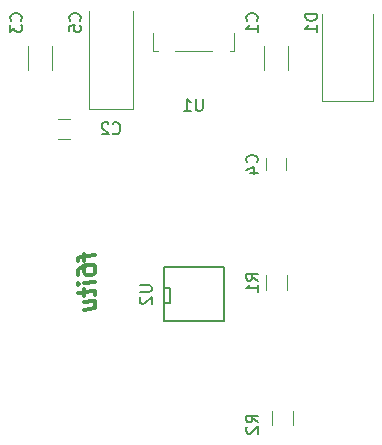
<source format=gbr>
G04 #@! TF.FileFunction,Legend,Bot*
%FSLAX46Y46*%
G04 Gerber Fmt 4.6, Leading zero omitted, Abs format (unit mm)*
G04 Created by KiCad (PCBNEW 4.0.7) date 01/05/18 17:18:10*
%MOMM*%
%LPD*%
G01*
G04 APERTURE LIST*
%ADD10C,0.100000*%
%ADD11C,0.300000*%
%ADD12C,0.120000*%
%ADD13C,0.150000*%
G04 APERTURE END LIST*
D10*
D11*
X97678571Y-75575893D02*
X97678571Y-76147322D01*
X98678571Y-75665179D02*
X97392857Y-75825893D01*
X97250000Y-75915178D01*
X97178571Y-76066965D01*
X97178571Y-76209822D01*
X97178571Y-77352679D02*
X97178571Y-77066965D01*
X97250000Y-76915179D01*
X97321429Y-76834821D01*
X97535714Y-76665179D01*
X97821429Y-76558035D01*
X98392857Y-76486607D01*
X98535714Y-76540179D01*
X98607143Y-76602678D01*
X98678571Y-76736608D01*
X98678571Y-77022322D01*
X98607143Y-77174107D01*
X98535714Y-77254465D01*
X98392857Y-77343750D01*
X98035714Y-77388393D01*
X97892857Y-77334822D01*
X97821429Y-77272321D01*
X97750000Y-77138393D01*
X97750000Y-76852679D01*
X97821429Y-76700892D01*
X97892857Y-76620536D01*
X98035714Y-76531250D01*
X98678571Y-77950893D02*
X97678571Y-78075893D01*
X97178571Y-78138393D02*
X97250000Y-78058035D01*
X97321429Y-78120535D01*
X97250000Y-78200892D01*
X97178571Y-78138393D01*
X97321429Y-78120535D01*
X97678571Y-78575893D02*
X97678571Y-79147322D01*
X97178571Y-78852679D02*
X98464286Y-78691964D01*
X98607143Y-78745535D01*
X98678571Y-78879465D01*
X98678571Y-79022322D01*
X97678571Y-80290179D02*
X98678571Y-80165179D01*
X97678571Y-79647322D02*
X98464286Y-79549107D01*
X98607143Y-79602678D01*
X98678571Y-79736608D01*
X98678571Y-79950893D01*
X98607143Y-80102678D01*
X98535714Y-80183036D01*
D12*
X115020000Y-58000000D02*
X115020000Y-60000000D01*
X112980000Y-60000000D02*
X112980000Y-58000000D01*
X95500000Y-64150000D02*
X96500000Y-64150000D01*
X96500000Y-65850000D02*
X95500000Y-65850000D01*
X95020000Y-58000000D02*
X95020000Y-60000000D01*
X92980000Y-60000000D02*
X92980000Y-58000000D01*
X114850000Y-67500000D02*
X114850000Y-68500000D01*
X113150000Y-68500000D02*
X113150000Y-67500000D01*
X101850000Y-63300000D02*
X101850000Y-55000000D01*
X98150000Y-63300000D02*
X98150000Y-55000000D01*
X101850000Y-63300000D02*
X98150000Y-63300000D01*
X113120000Y-77400000D02*
X113120000Y-78600000D01*
X114880000Y-78600000D02*
X114880000Y-77400000D01*
X113620000Y-88900000D02*
X113620000Y-90100000D01*
X115380000Y-90100000D02*
X115380000Y-88900000D01*
X110040000Y-58400000D02*
X110390000Y-58400000D01*
X110390000Y-58400000D02*
X110390000Y-56900000D01*
X105390000Y-58400000D02*
X108590000Y-58400000D01*
X103590000Y-56900000D02*
X103590000Y-58400000D01*
X103590000Y-58400000D02*
X103990000Y-58400000D01*
D13*
X104460000Y-81286000D02*
X109540000Y-81286000D01*
X109540000Y-81286000D02*
X109540000Y-76714000D01*
X109540000Y-76714000D02*
X104460000Y-76714000D01*
X104460000Y-76714000D02*
X104460000Y-81286000D01*
X104460000Y-79762000D02*
X104968000Y-79762000D01*
X104968000Y-79762000D02*
X104968000Y-78492000D01*
X104968000Y-78492000D02*
X104460000Y-78492000D01*
D12*
X122150000Y-62600000D02*
X117850000Y-62600000D01*
X117850000Y-62600000D02*
X117850000Y-55300000D01*
X122150000Y-62600000D02*
X122150000Y-55300000D01*
D13*
X112357143Y-55833334D02*
X112404762Y-55785715D01*
X112452381Y-55642858D01*
X112452381Y-55547620D01*
X112404762Y-55404762D01*
X112309524Y-55309524D01*
X112214286Y-55261905D01*
X112023810Y-55214286D01*
X111880952Y-55214286D01*
X111690476Y-55261905D01*
X111595238Y-55309524D01*
X111500000Y-55404762D01*
X111452381Y-55547620D01*
X111452381Y-55642858D01*
X111500000Y-55785715D01*
X111547619Y-55833334D01*
X112452381Y-56785715D02*
X112452381Y-56214286D01*
X112452381Y-56500000D02*
X111452381Y-56500000D01*
X111595238Y-56404762D01*
X111690476Y-56309524D01*
X111738095Y-56214286D01*
X100166666Y-65357143D02*
X100214285Y-65404762D01*
X100357142Y-65452381D01*
X100452380Y-65452381D01*
X100595238Y-65404762D01*
X100690476Y-65309524D01*
X100738095Y-65214286D01*
X100785714Y-65023810D01*
X100785714Y-64880952D01*
X100738095Y-64690476D01*
X100690476Y-64595238D01*
X100595238Y-64500000D01*
X100452380Y-64452381D01*
X100357142Y-64452381D01*
X100214285Y-64500000D01*
X100166666Y-64547619D01*
X99785714Y-64547619D02*
X99738095Y-64500000D01*
X99642857Y-64452381D01*
X99404761Y-64452381D01*
X99309523Y-64500000D01*
X99261904Y-64547619D01*
X99214285Y-64642857D01*
X99214285Y-64738095D01*
X99261904Y-64880952D01*
X99833333Y-65452381D01*
X99214285Y-65452381D01*
X92357143Y-55833334D02*
X92404762Y-55785715D01*
X92452381Y-55642858D01*
X92452381Y-55547620D01*
X92404762Y-55404762D01*
X92309524Y-55309524D01*
X92214286Y-55261905D01*
X92023810Y-55214286D01*
X91880952Y-55214286D01*
X91690476Y-55261905D01*
X91595238Y-55309524D01*
X91500000Y-55404762D01*
X91452381Y-55547620D01*
X91452381Y-55642858D01*
X91500000Y-55785715D01*
X91547619Y-55833334D01*
X91452381Y-56166667D02*
X91452381Y-56785715D01*
X91833333Y-56452381D01*
X91833333Y-56595239D01*
X91880952Y-56690477D01*
X91928571Y-56738096D01*
X92023810Y-56785715D01*
X92261905Y-56785715D01*
X92357143Y-56738096D01*
X92404762Y-56690477D01*
X92452381Y-56595239D01*
X92452381Y-56309524D01*
X92404762Y-56214286D01*
X92357143Y-56166667D01*
X112357143Y-67833334D02*
X112404762Y-67785715D01*
X112452381Y-67642858D01*
X112452381Y-67547620D01*
X112404762Y-67404762D01*
X112309524Y-67309524D01*
X112214286Y-67261905D01*
X112023810Y-67214286D01*
X111880952Y-67214286D01*
X111690476Y-67261905D01*
X111595238Y-67309524D01*
X111500000Y-67404762D01*
X111452381Y-67547620D01*
X111452381Y-67642858D01*
X111500000Y-67785715D01*
X111547619Y-67833334D01*
X111785714Y-68690477D02*
X112452381Y-68690477D01*
X111404762Y-68452381D02*
X112119048Y-68214286D01*
X112119048Y-68833334D01*
X97357143Y-55833334D02*
X97404762Y-55785715D01*
X97452381Y-55642858D01*
X97452381Y-55547620D01*
X97404762Y-55404762D01*
X97309524Y-55309524D01*
X97214286Y-55261905D01*
X97023810Y-55214286D01*
X96880952Y-55214286D01*
X96690476Y-55261905D01*
X96595238Y-55309524D01*
X96500000Y-55404762D01*
X96452381Y-55547620D01*
X96452381Y-55642858D01*
X96500000Y-55785715D01*
X96547619Y-55833334D01*
X96452381Y-56738096D02*
X96452381Y-56261905D01*
X96928571Y-56214286D01*
X96880952Y-56261905D01*
X96833333Y-56357143D01*
X96833333Y-56595239D01*
X96880952Y-56690477D01*
X96928571Y-56738096D01*
X97023810Y-56785715D01*
X97261905Y-56785715D01*
X97357143Y-56738096D01*
X97404762Y-56690477D01*
X97452381Y-56595239D01*
X97452381Y-56357143D01*
X97404762Y-56261905D01*
X97357143Y-56214286D01*
X112452381Y-77833334D02*
X111976190Y-77500000D01*
X112452381Y-77261905D02*
X111452381Y-77261905D01*
X111452381Y-77642858D01*
X111500000Y-77738096D01*
X111547619Y-77785715D01*
X111642857Y-77833334D01*
X111785714Y-77833334D01*
X111880952Y-77785715D01*
X111928571Y-77738096D01*
X111976190Y-77642858D01*
X111976190Y-77261905D01*
X112452381Y-78785715D02*
X112452381Y-78214286D01*
X112452381Y-78500000D02*
X111452381Y-78500000D01*
X111595238Y-78404762D01*
X111690476Y-78309524D01*
X111738095Y-78214286D01*
X112452381Y-89833334D02*
X111976190Y-89500000D01*
X112452381Y-89261905D02*
X111452381Y-89261905D01*
X111452381Y-89642858D01*
X111500000Y-89738096D01*
X111547619Y-89785715D01*
X111642857Y-89833334D01*
X111785714Y-89833334D01*
X111880952Y-89785715D01*
X111928571Y-89738096D01*
X111976190Y-89642858D01*
X111976190Y-89261905D01*
X111547619Y-90214286D02*
X111500000Y-90261905D01*
X111452381Y-90357143D01*
X111452381Y-90595239D01*
X111500000Y-90690477D01*
X111547619Y-90738096D01*
X111642857Y-90785715D01*
X111738095Y-90785715D01*
X111880952Y-90738096D01*
X112452381Y-90166667D01*
X112452381Y-90785715D01*
X107761905Y-62452381D02*
X107761905Y-63261905D01*
X107714286Y-63357143D01*
X107666667Y-63404762D01*
X107571429Y-63452381D01*
X107380952Y-63452381D01*
X107285714Y-63404762D01*
X107238095Y-63357143D01*
X107190476Y-63261905D01*
X107190476Y-62452381D01*
X106190476Y-63452381D02*
X106761905Y-63452381D01*
X106476191Y-63452381D02*
X106476191Y-62452381D01*
X106571429Y-62595238D01*
X106666667Y-62690476D01*
X106761905Y-62738095D01*
X102452381Y-78238095D02*
X103261905Y-78238095D01*
X103357143Y-78285714D01*
X103404762Y-78333333D01*
X103452381Y-78428571D01*
X103452381Y-78619048D01*
X103404762Y-78714286D01*
X103357143Y-78761905D01*
X103261905Y-78809524D01*
X102452381Y-78809524D01*
X102547619Y-79238095D02*
X102500000Y-79285714D01*
X102452381Y-79380952D01*
X102452381Y-79619048D01*
X102500000Y-79714286D01*
X102547619Y-79761905D01*
X102642857Y-79809524D01*
X102738095Y-79809524D01*
X102880952Y-79761905D01*
X103452381Y-79190476D01*
X103452381Y-79809524D01*
X117452381Y-55261905D02*
X116452381Y-55261905D01*
X116452381Y-55500000D01*
X116500000Y-55642858D01*
X116595238Y-55738096D01*
X116690476Y-55785715D01*
X116880952Y-55833334D01*
X117023810Y-55833334D01*
X117214286Y-55785715D01*
X117309524Y-55738096D01*
X117404762Y-55642858D01*
X117452381Y-55500000D01*
X117452381Y-55261905D01*
X117452381Y-56785715D02*
X117452381Y-56214286D01*
X117452381Y-56500000D02*
X116452381Y-56500000D01*
X116595238Y-56404762D01*
X116690476Y-56309524D01*
X116738095Y-56214286D01*
M02*

</source>
